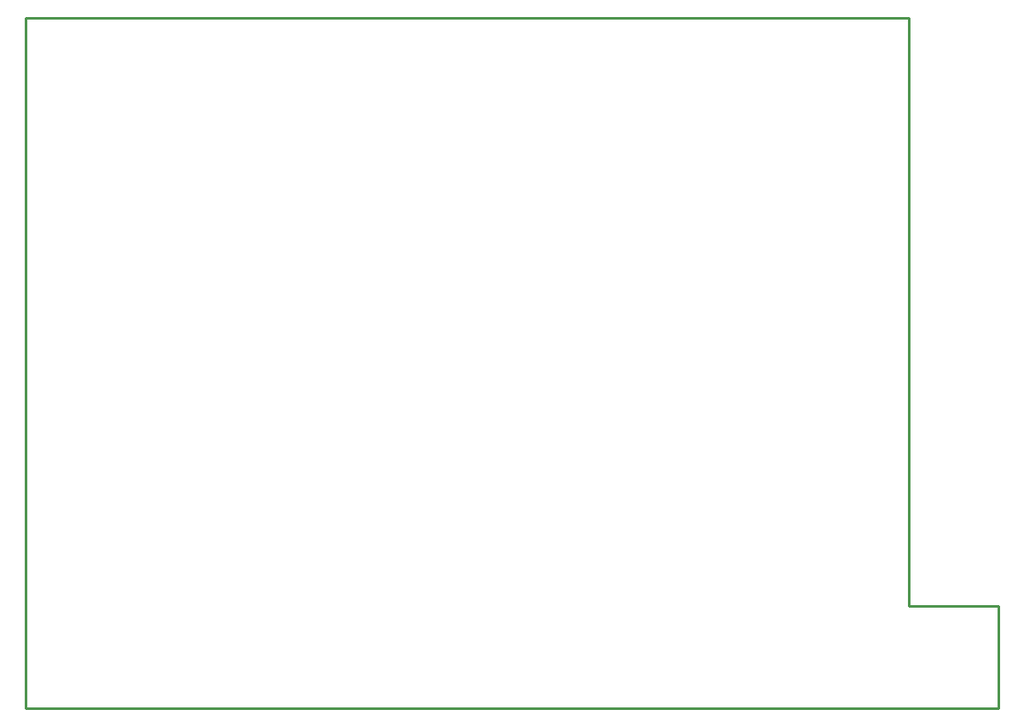
<source format=gbr>
G04 EAGLE Gerber RS-274X export*
G75*
%MOMM*%
%FSLAX34Y34*%
%LPD*%
%IN*%
%IPPOS*%
%AMOC8*
5,1,8,0,0,1.08239X$1,22.5*%
G01*
%ADD10C,0.254000*%


D10*
X0Y0D02*
X965200Y0D01*
X965200Y101600D01*
X876300Y101600D01*
X876300Y685800D01*
X0Y685800D01*
X0Y0D01*
M02*

</source>
